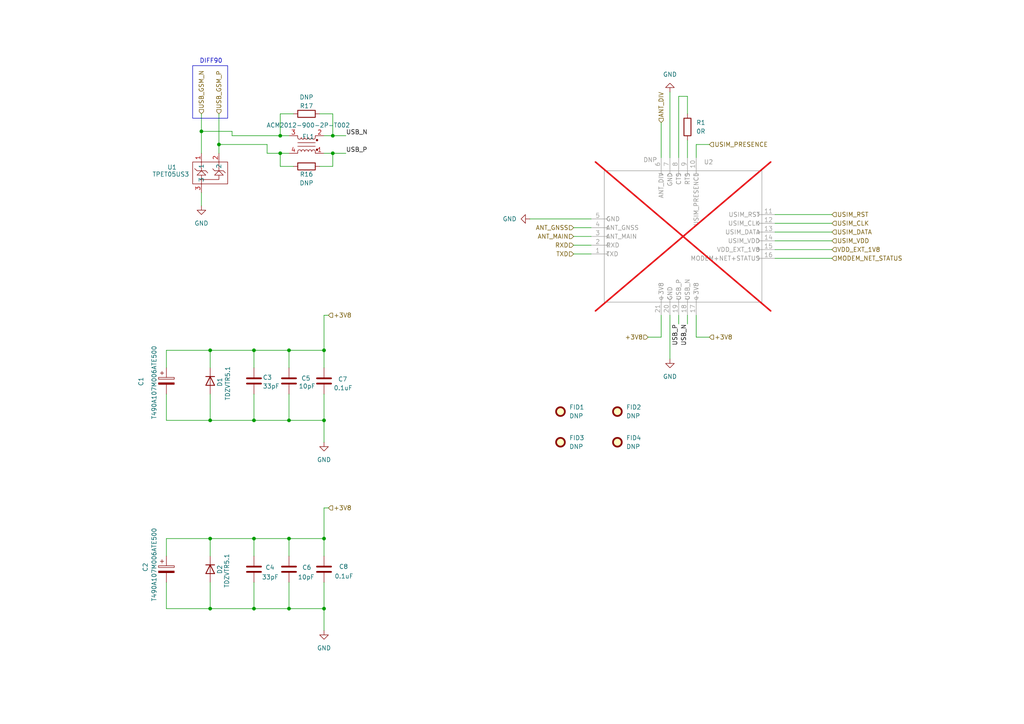
<source format=kicad_sch>
(kicad_sch (version 20250114) (generator "eeschema") (generator_version "9.0")
  (paper "A4")
  (lib_symbols
    (symbol "Device:C" (pin_numbers (hide yes)) (pin_names (offset 0.254))
      (property "Reference" "C" (at 0.635 2.54 0))
      (property "Value" "C" (at 0.635 -2.54 0))
      (symbol "C_0_1"
        (polyline (pts (xy -2.032 0.762) (xy 2.032 0.762)) (stroke (width 0.508)))
        (polyline (pts (xy -2.032 -0.762) (xy 2.032 -0.762)) (stroke (width 0.508)))
      )
      (symbol "C_1_1"
        (pin passive line (at 0 3.81 270) (length 2.794) (name "~") (number "1"))
        (pin passive line (at 0 -3.81 90) (length 2.794) (name "~") (number "2"))
      )
    )
    (symbol "Device:C_Polarized" (pin_numbers (hide yes)) (pin_names (offset 0.254))
      (property "Reference" "C" (at 0.635 2.54 0))
      (property "Value" "C_Polarized" (at 0.635 -2.54 0))
      (symbol "C_Polarized_0_1"
        (rectangle (start -2.286 0.508) (end 2.286 1.016))
        (polyline (pts (xy -1.778 2.286) (xy -0.762 2.286)))
        (polyline (pts (xy -1.27 2.794) (xy -1.27 1.778)))
        (rectangle (start 2.286 -0.508) (end -2.286 -1.016) (fill (type outline)))
      )
      (symbol "C_Polarized_1_1"
        (pin passive line (at 0 3.81 270) (length 2.794) (name "~") (number "1"))
        (pin passive line (at 0 -3.81 90) (length 2.794) (name "~") (number "2"))
      )
    )
    (symbol "Device:D" (pin_numbers (hide yes)) (pin_names (offset 1.016) (hide yes))
      (property "Reference" "D" (at 0 2.54 0))
      (property "Value" "D" (at 0 -2.54 0))
      (symbol "D_0_1"
        (polyline (pts (xy -1.27 1.27) (xy -1.27 -1.27)) (stroke (width 0.254)))
        (polyline (pts (xy 1.27 1.27) (xy 1.27 -1.27) (xy -1.27 0) (xy 1.27 1.27)) (stroke (width 0.254)))
        (polyline (pts (xy 1.27 0) (xy -1.27 0)))
      )
      (symbol "D_1_1"
        (pin passive line (at -3.81 0 0) (length 2.54) (name "K") (number "1"))
        (pin passive line (at 3.81 0 180) (length 2.54) (name "A") (number "2"))
      )
    )
    (symbol "Device:Filter_EMI_CommonMode" (pin_names (offset 0.254) (hide yes))
      (property "Reference" "FL?" (at 0 -5.334 0))
      (property "Value" "0603USB-222MLC" (at 0 -8.636 0))
      (symbol "Filter_EMI_CommonMode_0_1"
        (circle (center -3.048 1.524) (radius 0.254) (fill (type outline)))
        (circle (center -3.048 -1.27) (radius 0.254) (fill (type outline)))
        (polyline (pts (xy -2.54 2.032) (xy -2.54 2.54)))
        (polyline (pts (xy -2.54 0.508) (xy 2.54 0.508)))
        (polyline (pts (xy -2.54 -2.032) (xy -2.54 -2.54)))
        (arc (start -1.524 2.032) (mid -2.032 1.5262) (end -2.54 2.032))
        (arc (start -2.54 -2.032) (mid -2.032 -1.5262) (end -1.524 -2.032))
        (arc (start -0.508 2.032) (mid -1.016 1.5262) (end -1.524 2.032))
        (arc (start -1.524 -2.032) (mid -1.016 -1.5262) (end -0.508 -2.032))
        (arc (start 0.508 2.032) (mid 0 1.5262) (end -0.508 2.032))
        (arc (start -0.508 -2.032) (mid 0 -1.5262) (end 0.508 -2.032))
        (arc (start 1.524 2.032) (mid 1.016 1.5262) (end 0.508 2.032))
        (arc (start 0.508 -2.032) (mid 1.016 -1.5262) (end 1.524 -2.032))
        (arc (start 2.54 2.032) (mid 2.032 1.5262) (end 1.524 2.032))
        (arc (start 1.524 -2.032) (mid 2.032 -1.5262) (end 2.54 -2.032))
        (polyline (pts (xy 2.54 2.54) (xy 2.54 2.032)))
        (polyline (pts (xy 2.54 -0.508) (xy -2.54 -0.508)))
        (polyline (pts (xy 2.54 -2.032) (xy 2.54 -2.54)))
      )
      (symbol "Filter_EMI_CommonMode_1_1"
        (pin passive line (at -5.08 2.54 0) (length 2.54) (name "1") (number "1"))
        (pin passive line (at -5.08 -2.54 0) (length 2.54) (name "2") (number "2"))
        (pin passive line (at 5.08 2.54 180) (length 2.54) (name "4") (number "4"))
        (pin passive line (at 5.08 -2.54 180) (length 2.54) (name "3") (number "3"))
      )
    )
    (symbol "Device:R" (pin_numbers (hide yes)) (pin_names (offset 0))
      (property "Reference" "R" (at 2.032 0 90))
      (property "Value" "R" (at 0 0 90))
      (symbol "R_0_1"
        (rectangle (start -1.016 -2.54) (end 1.016 2.54) (stroke (width 0.254)))
      )
      (symbol "R_1_1"
        (pin passive line (at 0 3.81 270) (length 1.27) (name "~") (number "1"))
        (pin passive line (at 0 -3.81 90) (length 1.27) (name "~") (number "2"))
      )
    )
    (symbol "Mechanical:Fiducial"
      (property "Reference" "FID" (at 0 5.08 0))
      (property "Value" "Fiducial" (at 0 3.175 0))
      (symbol "Fiducial_0_1"
        (circle (center 0 0) (radius 1.27) (stroke (width 0.508)) (fill (type background)))
      )
    )
    (symbol "Symbol:GSM_Castelled"
      (property "Reference" "U?" (at 7.2741 6.35 0))
      (property "Value" "~" (at -8.255 6.985 0))
      (symbol "GSM_Castelled_0_1"
        (rectangle (start -21.59 3.81) (end 24.13 -34.29))
      )
      (symbol "GSM_Castelled_1_1"
        (polyline (pts (xy -21.59 -10.16) (xy -20.828 -10.16)) (stroke (width 0.1524)))
        (polyline (pts (xy -21.59 -12.7) (xy -20.828 -12.7)) (stroke (width 0.1524)))
        (polyline (pts (xy -21.59 -15.24) (xy -20.828 -15.24)) (stroke (width 0.1524)))
        (polyline (pts (xy -21.59 -17.78) (xy -20.828 -17.78)) (stroke (width 0.1524)))
        (polyline (pts (xy -21.59 -20.32) (xy -20.828 -20.32)) (stroke (width 0.1524)))
        (arc (start -20.32 -10.668) (mid -20.8258 -10.16) (end -20.32 -9.652) (stroke (width 0.1524)))
        (arc (start -20.32 -13.208) (mid -20.8258 -12.7) (end -20.32 -12.192) (stroke (width 0.1524)))
        (arc (start -20.32 -15.748) (mid -20.8258 -15.24) (end -20.32 -14.732) (stroke (width 0.1524)))
        (arc (start -20.32 -18.288) (mid -20.8258 -17.78) (end -20.32 -17.272) (stroke (width 0.1524)))
        (arc (start -20.32 -20.828) (mid -20.8258 -20.32) (end -20.32 -19.812) (stroke (width 0.1524)))
        (polyline (pts (xy -5.08 3.81) (xy -5.08 3.048)) (stroke (width 0.1524)))
        (arc (start -5.588 2.54) (mid -5.08 3.0458) (end -4.572 2.54) (stroke (width 0.1524)))
        (arc (start -4.572 -33.02) (mid -5.08 -33.5258) (end -5.588 -33.02) (stroke (width 0.1524)))
        (polyline (pts (xy -5.08 -34.29) (xy -5.08 -33.528)) (stroke (width 0.1524)))
        (polyline (pts (xy -2.54 3.81) (xy -2.54 3.048)) (stroke (width 0.1524)))
        (arc (start -3.048 2.54) (mid -2.54 3.0458) (end -2.032 2.54) (stroke (width 0.1524)))
        (arc (start -2.032 -33.02) (mid -2.54 -33.5258) (end -3.048 -33.02) (stroke (width 0.1524)))
        (polyline (pts (xy -2.54 -34.29) (xy -2.54 -33.528)) (stroke (width 0.1524)))
        (polyline (pts (xy 0 3.81) (xy 0 3.048)) (stroke (width 0.1524)))
        (arc (start -0.508 2.54) (mid 0 3.0458) (end 0.508 2.54) (stroke (width 0.1524)))
        (arc (start 0.508 -33.02) (mid 0 -33.5258) (end -0.508 -33.02) (stroke (width 0.1524)))
        (polyline (pts (xy 0 -34.29) (xy 0 -33.528)) (stroke (width 0.1524)))
        (polyline (pts (xy 2.54 3.81) (xy 2.54 3.048)) (stroke (width 0.1524)))
        (arc (start 2.032 2.54) (mid 2.54 3.0458) (end 3.048 2.54) (stroke (width 0.1524)))
        (arc (start 3.048 -33.02) (mid 2.54 -33.5258) (end 2.032 -33.02) (stroke (width 0.1524)))
        (polyline (pts (xy 2.54 -34.29) (xy 2.54 -33.528)) (stroke (width 0.1524)))
        (polyline (pts (xy 5.08 3.81) (xy 5.08 3.048)) (stroke (width 0.1524)))
        (arc (start 4.572 2.54) (mid 5.08 3.0458) (end 5.588 2.54) (stroke (width 0.1524)))
        (arc (start 5.588 -33.02) (mid 5.08 -33.5258) (end 4.572 -33.02) (stroke (width 0.1524)))
        (polyline (pts (xy 5.08 -34.29) (xy 5.08 -33.528)) (stroke (width 0.1524)))
        (arc (start 22.86 -8.382) (mid 23.368 -8.89) (end 22.86 -9.398) (stroke (width 0.1524)))
        (arc (start 22.86 -10.922) (mid 23.368 -11.43) (end 22.86 -11.938) (stroke (width 0.1524)))
        (arc (start 22.86 -13.462) (mid 23.368 -13.97) (end 22.86 -14.478) (stroke (width 0.1524)))
        (arc (start 22.86 -16.002) (mid 23.368 -16.51) (end 22.86 -17.018) (stroke (width 0.1524)))
        (arc (start 22.86 -18.542) (mid 23.368 -19.05) (end 22.86 -19.558) (stroke (width 0.1524)))
        (arc (start 22.86 -21.082) (mid 23.368 -21.59) (end 22.86 -22.098) (stroke (width 0.1524)))
        (polyline (pts (xy 24.13 -8.89) (xy 23.368 -8.89)) (stroke (width 0.1524)))
        (polyline (pts (xy 24.13 -11.43) (xy 23.368 -11.43)) (stroke (width 0.1524)))
        (polyline (pts (xy 24.13 -13.97) (xy 23.368 -13.97)) (stroke (width 0.1524)))
        (polyline (pts (xy 24.13 -16.51) (xy 23.368 -16.51)) (stroke (width 0.1524)))
        (polyline (pts (xy 24.13 -19.05) (xy 23.368 -19.05)) (stroke (width 0.1524)))
        (polyline (pts (xy 24.13 -21.59) (xy 23.368 -21.59)) (stroke (width 0.1524)))
        (pin passive line (at -25.4 -10.16 0) (length 3.81) (name "GND") (number "5"))
        (pin passive line (at -25.4 -12.7 0) (length 3.81) (name "ANT_GNSS") (number "4"))
        (pin passive line (at -25.4 -15.24 0) (length 3.81) (name "ANT_MAIN") (number "3"))
        (pin passive line (at -25.4 -17.78 0) (length 3.81) (name "RXD") (number "2"))
        (pin passive line (at -25.4 -20.32 0) (length 3.81) (name "TXD") (number "1"))
        (pin passive line (at -5.08 7.62 270) (length 3.81) (name "ANT_DIV") (number "6"))
        (pin passive line (at -5.08 -38.1 90) (length 3.81) (name "+3V8") (number "21"))
        (pin passive line (at -2.54 7.62 270) (length 3.81) (name "GND") (number "7"))
        (pin passive line (at -2.54 -38.1 90) (length 3.81) (name "GND") (number "20"))
        (pin passive line (at 0 7.62 270) (length 3.81) (name "CTS") (number "8"))
        (pin passive line (at 0 -38.1 90) (length 3.81) (name "USB_P") (number "19"))
        (pin passive line (at 2.54 7.62 270) (length 3.81) (name "RTS") (number "9"))
        (pin passive line (at 2.54 -38.1 90) (length 3.81) (name "USB_N") (number "18"))
        (pin passive line (at 5.08 7.62 270) (length 3.81) (name "USIM_PRESENCE") (number "10"))
        (pin passive line (at 5.08 -38.1 90) (length 3.81) (name "+3V8") (number "17"))
        (pin passive line (at 27.94 -8.89 180) (length 3.81) (name "USIM_RST") (number "11"))
        (pin passive line (at 27.94 -11.43 180) (length 3.81) (name "USIM_CLK") (number "12"))
        (pin passive line (at 27.94 -13.97 180) (length 3.81) (name "USIM_DATA") (number "13"))
        (pin passive line (at 27.94 -16.51 180) (length 3.81) (name "USIM_VDD") (number "14"))
        (pin passive line (at 27.94 -19.05 180) (length 3.81) (name "VDD_EXT_1V8") (number "15"))
        (pin passive line (at 27.94 -21.59 180) (length 3.81) (name "MODEM+NET+STATUS") (number "16"))
      )
    )
    (symbol "Symbol:TPET05US3"
      (property "Reference" "U" (at 0 0 0))
      (symbol "TPET05US3_0_1"
        (rectangle (start -5.08 -1.27) (end 5.08 -7.62))
        (polyline (pts (xy -3.81 -3.81) (xy -4.5127 -3.1815)))
        (polyline (pts (xy -3.81 -3.81) (xy -1.27 -3.81)))
        (polyline (pts (xy -2.54 -1.27) (xy -2.54 -3.81)))
        (polyline (pts (xy -2.54 -6.35) (xy 2.54 -6.35) (xy 2.54 -5.08) (xy 1.27 -5.08) (xy 2.54 -3.81) (xy 3.81 -5.08) (xy 2.54 -5.08)))
        (polyline (pts (xy -2.54 -7.62) (xy -2.54 -5.08) (xy -3.81 -5.08) (xy -2.54 -3.81) (xy -1.27 -5.08) (xy -2.54 -5.08)))
        (polyline (pts (xy -1.27 -3.81) (xy -0.7067 -4.4445)))
        (polyline (pts (xy 1.27 -3.81) (xy 0.7439 -3.2327)))
        (polyline (pts (xy 2.54 -3.81) (xy 2.54 -1.27)))
        (polyline (pts (xy 2.54 -3.81) (xy 1.27 -3.81) (xy 3.81 -3.81)))
        (polyline (pts (xy 3.81 -3.81) (xy 4.3963 -4.4103)))
      )
      (symbol "TPET05US3_1_1"
        (pin bidirectional line (at -2.54 1.27 270) (length 2.54) (name "1") (number "1"))
        (pin bidirectional line (at -2.54 -10.16 90) (length 2.54) (name "3") (number "3"))
        (pin bidirectional line (at 2.54 1.27 270) (length 2.54) (name "2") (number "2"))
      )
    )
    (symbol "power:GND" (power) (pin_names (offset 0))
      (property "Value" "GND" (at 0 -3.81 0))
      (symbol "GND_0_1"
        (polyline (pts (xy 0 0) (xy 0 -1.27) (xy 1.27 -1.27) (xy 0 -2.54) (xy -1.27 -1.27) (xy 0 -1.27)))
      )
      (symbol "GND_1_1"
        (pin power_in line (at 0 0 270) (length 0) (hide yes) (name "GND") (number "1"))
      )
    )
  )
  (rectangle (start 55.88 19.05) (end 66.04 34.29))
  (text "DIFF90\n" (at 61.214 17.78 0) (effects (font (size 1.27 1.27))))
  (junction (at 73.66 156.21))
  (junction (at 93.98 121.92))
  (junction (at 83.82 176.53))
  (junction (at 81.28 44.45))
  (junction (at 83.82 156.21))
  (junction (at 93.98 101.6))
  (junction (at 73.66 121.92))
  (junction (at 60.96 176.53))
  (junction (at 58.42 38.1))
  (junction (at 93.98 176.53))
  (junction (at 96.52 39.37))
  (junction (at 63.5 41.91))
  (junction (at 73.66 176.53))
  (junction (at 83.82 121.92))
  (junction (at 81.28 39.37))
  (junction (at 83.82 101.6))
  (junction (at 60.96 101.6))
  (junction (at 96.52 44.45))
  (junction (at 73.66 101.6))
  (junction (at 60.96 121.92))
  (junction (at 60.96 156.21))
  (junction (at 93.98 156.21))
  (wire (pts (xy 93.98 161.29) (xy 93.98 156.21)))
  (wire (pts (xy 96.52 44.45) (xy 100.33 44.45)))
  (wire (pts (xy 241.3 62.23) (xy 224.79 62.23)))
  (wire (pts (xy 166.37 73.66) (xy 171.45 73.66)))
  (wire (pts (xy 241.3 74.93) (xy 224.79 74.93)))
  (wire (pts (xy 199.39 27.94) (xy 196.85 27.94)))
  (wire (pts (xy 201.93 97.79) (xy 201.93 91.44)))
  (wire (pts (xy 60.96 156.21) (xy 73.66 156.21)))
  (wire (pts (xy 187.96 97.79) (xy 191.77 97.79)))
  (wire (pts (xy 83.82 161.29) (xy 83.82 156.21)))
  (wire (pts (xy 166.37 66.04) (xy 171.45 66.04)))
  (wire (pts (xy 73.66 156.21) (xy 73.66 161.29)))
  (wire (pts (xy 60.96 176.53) (xy 73.66 176.53)))
  (wire (pts (xy 199.39 33.02) (xy 199.39 27.94)))
  (wire (pts (xy 48.26 176.53) (xy 60.96 176.53)))
  (wire (pts (xy 73.66 121.92) (xy 83.82 121.92)))
  (wire (pts (xy 58.42 38.1) (xy 58.42 44.45)))
  (wire (pts (xy 199.39 91.44) (xy 199.39 93.98)))
  (wire (pts (xy 93.98 176.53) (xy 93.98 168.91)))
  (wire (pts (xy 93.98 106.68) (xy 93.98 101.6)))
  (wire (pts (xy 194.31 91.44) (xy 194.31 104.14)))
  (wire (pts (xy 63.5 41.91) (xy 63.5 44.45)))
  (wire (pts (xy 73.66 176.53) (xy 83.82 176.53)))
  (wire (pts (xy 48.26 121.92) (xy 60.96 121.92)))
  (wire (pts (xy 73.66 168.91) (xy 73.66 176.53)))
  (wire (pts (xy 81.28 33.02) (xy 81.28 39.37)))
  (wire (pts (xy 196.85 27.94) (xy 196.85 45.72)))
  (wire (pts (xy 93.98 121.92) (xy 93.98 128.27)))
  (wire (pts (xy 191.77 35.56) (xy 191.77 45.72)))
  (wire (pts (xy 48.26 168.91) (xy 48.26 176.53)))
  (wire (pts (xy 81.28 44.45) (xy 81.28 48.26)))
  (wire (pts (xy 92.71 48.26) (xy 96.52 48.26)))
  (wire (pts (xy 60.96 168.91) (xy 60.96 176.53)))
  (wire (pts (xy 60.96 106.68) (xy 60.96 101.6)))
  (wire (pts (xy 201.93 41.91) (xy 201.93 45.72)))
  (wire (pts (xy 60.96 161.29) (xy 60.96 156.21)))
  (wire (pts (xy 48.26 114.3) (xy 48.26 121.92)))
  (wire (pts (xy 83.82 114.3) (xy 83.82 121.92)))
  (wire (pts (xy 96.52 33.02) (xy 92.71 33.02)))
  (wire (pts (xy 96.52 39.37) (xy 100.33 39.37)))
  (wire (pts (xy 205.74 41.91) (xy 201.93 41.91)))
  (wire (pts (xy 205.74 97.79) (xy 201.93 97.79)))
  (wire (pts (xy 199.39 40.64) (xy 199.39 45.72)))
  (wire (pts (xy 81.28 48.26) (xy 85.09 48.26)))
  (wire (pts (xy 67.31 39.37) (xy 81.28 39.37)))
  (wire (pts (xy 93.98 39.37) (xy 96.52 39.37)))
  (wire (pts (xy 96.52 33.02) (xy 96.52 39.37)))
  (wire (pts (xy 81.28 44.45) (xy 83.82 44.45)))
  (wire (pts (xy 60.96 121.92) (xy 73.66 121.92)))
  (wire (pts (xy 58.42 33.02) (xy 58.42 38.1)))
  (wire (pts (xy 96.52 44.45) (xy 96.52 48.26)))
  (wire (pts (xy 81.28 39.37) (xy 83.82 39.37)))
  (wire (pts (xy 93.98 176.53) (xy 93.98 182.88)))
  (wire (pts (xy 166.37 71.12) (xy 171.45 71.12)))
  (wire (pts (xy 77.47 44.45) (xy 77.47 41.91)))
  (wire (pts (xy 241.3 64.77) (xy 224.79 64.77)))
  (wire (pts (xy 60.96 101.6) (xy 73.66 101.6)))
  (wire (pts (xy 67.31 39.37) (xy 67.31 38.1)))
  (wire (pts (xy 95.25 147.32) (xy 93.98 147.32)))
  (wire (pts (xy 63.5 33.02) (xy 63.5 41.91)))
  (wire (pts (xy 191.77 97.79) (xy 191.77 91.44)))
  (wire (pts (xy 93.98 156.21) (xy 83.82 156.21)))
  (wire (pts (xy 241.3 67.31) (xy 224.79 67.31)))
  (wire (pts (xy 241.3 69.85) (xy 224.79 69.85)))
  (wire (pts (xy 48.26 156.21) (xy 60.96 156.21)))
  (wire (pts (xy 93.98 101.6) (xy 83.82 101.6)))
  (wire (pts (xy 83.82 106.68) (xy 83.82 101.6)))
  (wire (pts (xy 95.25 91.44) (xy 93.98 91.44)))
  (wire (pts (xy 83.82 121.92) (xy 93.98 121.92)))
  (wire (pts (xy 77.47 41.91) (xy 63.5 41.91)))
  (wire (pts (xy 93.98 121.92) (xy 93.98 114.3)))
  (wire (pts (xy 60.96 114.3) (xy 60.96 121.92)))
  (wire (pts (xy 194.31 26.67) (xy 194.31 45.72)))
  (wire (pts (xy 83.82 101.6) (xy 73.66 101.6)))
  (wire (pts (xy 48.26 101.6) (xy 60.96 101.6)))
  (wire (pts (xy 83.82 176.53) (xy 93.98 176.53)))
  (wire (pts (xy 48.26 106.68) (xy 48.26 101.6)))
  (wire (pts (xy 166.37 68.58) (xy 171.45 68.58)))
  (wire (pts (xy 83.82 168.91) (xy 83.82 176.53)))
  (wire (pts (xy 67.31 38.1) (xy 58.42 38.1)))
  (wire (pts (xy 73.66 114.3) (xy 73.66 121.92)))
  (wire (pts (xy 73.66 101.6) (xy 73.66 106.68)))
  (wire (pts (xy 93.98 147.32) (xy 93.98 156.21)))
  (wire (pts (xy 48.26 161.29) (xy 48.26 156.21)))
  (wire (pts (xy 153.67 63.5) (xy 171.45 63.5)))
  (wire (pts (xy 77.47 44.45) (xy 81.28 44.45)))
  (wire (pts (xy 224.79 72.39) (xy 241.3 72.39)))
  (wire (pts (xy 85.09 33.02) (xy 81.28 33.02)))
  (wire (pts (xy 93.98 91.44) (xy 93.98 101.6)))
  (wire (pts (xy 58.42 55.88) (xy 58.42 59.69)))
  (wire (pts (xy 83.82 156.21) (xy 73.66 156.21)))
  (wire (pts (xy 93.98 44.45) (xy 96.52 44.45)))
  (wire (pts (xy 196.85 91.44) (xy 196.85 93.98)))
  (label "USB_N" (at 100.33 39.37 0))
  (label "USB_N" (at 199.39 93.98 270))
  (label "USB_P" (at 100.33 44.45 0))
  (label "USB_P" (at 196.85 93.98 270))
  (hierarchical_label "TXD" (shape input) (at 166.37 73.66 180))
  (hierarchical_label "+3V8" (shape input) (at 95.25 147.32 0))
  (hierarchical_label "USIM_VDD" (shape input) (at 241.3 69.85 0))
  (hierarchical_label "USIM_PRESENCE" (shape input) (at 205.74 41.91 0))
  (hierarchical_label "+3V8" (shape input) (at 95.25 91.44 0))
  (hierarchical_label "ANT_DIV" (shape input) (at 191.77 35.56 90))
  (hierarchical_label "RXD" (shape input) (at 166.37 71.12 180))
  (hierarchical_label "+3V8" (shape input) (at 187.96 97.79 180))
  (hierarchical_label "ANT_GNSS" (shape input) (at 166.37 66.04 180))
  (hierarchical_label "USB_GSM_P" (shape input) (at 63.5 33.02 90))
  (hierarchical_label "USIM_RST" (shape input) (at 241.3 62.23 0))
  (hierarchical_label "USB_GSM_N" (shape input) (at 58.42 33.02 90))
  (hierarchical_label "USIM_DATA" (shape input) (at 241.3 67.31 0))
  (hierarchical_label "VDD_EXT_1V8" (shape input) (at 241.3 72.39 0))
  (hierarchical_label "USIM_CLK" (shape input) (at 241.3 64.77 0))
  (hierarchical_label "+3V8" (shape input) (at 205.74 97.79 0))
  (hierarchical_label "ANT_MAIN" (shape input) (at 166.37 68.58 180))
  (hierarchical_label "MODEM_NET_STATUS" (shape input) (at 241.3 74.93 0))
  (symbol (lib_id "Device:R") (at 199.39 36.83 0) (unit 1)
    (property "Reference" "R1" (at 201.93 35.5599 0) (effects (justify left)))
    (property "Value" "0R" (at 201.93 38.0999 0) (effects (justify left)))
    (property "Footprint" "Resistor_SMD:R_0603_1608Metric" (effects (hide yes)))
    (property "Description" "Resistor" (effects (hide yes)))
  )
  (symbol (lib_id "power:GND") (at 58.42 59.69 0) (unit 1)
    (property "Reference" "#PWR07" (effects (hide yes)))
    (property "Value" "GND" (at 58.42 64.77 0))
    (property "Description" "Power symbol creates a global label with name \"GND\" , ground" (effects (hide yes)))
  )
  (symbol (lib_id "power:GND") (at 93.98 182.88 0) (unit 1)
    (property "Reference" "#PWR09" (effects (hide yes)))
    (property "Value" "GND" (at 93.98 187.96 0))
    (property "Description" "Power symbol creates a global label with name \"GND\" , ground" (effects (hide yes)))
  )
  (symbol (lib_id "Mechanical:Fiducial") (at 179.07 119.38 0) (unit 1)
    (property "Reference" "FID2" (at 181.61 118.1099 0) (effects (justify left)))
    (property "Value" "DNP" (at 181.61 120.6499 0) (effects (justify left)))
    (property "Footprint" "Fiducial:Fiducial_0.5mm_Mask1.5mm" (effects (hide yes)))
    (property "Description" "Fiducial Marker" (effects (hide yes)))
  )
  (symbol (lib_id "Device:C") (at 73.66 110.49 0) (unit 1)
    (property "Reference" "C3" (at 76.2 109.474 0) (effects (justify left)))
    (property "Value" "33pF" (at 76.2 112.014 0) (effects (justify left)))
    (property "Footprint" "Capacitor_SMD:C_0603_1608Metric" (effects (hide yes)))
    (property "Description" "Unpolarized capacitor" (effects (hide yes)))
  )
  (symbol (lib_id "Device:C") (at 83.82 165.1 0) (unit 1)
    (property "Reference" "C6" (at 87.63 164.592 0) (effects (justify left)))
    (property "Value" "10pF" (at 86.36 167.386 0) (effects (justify left)))
    (property "Footprint" "Capacitor_SMD:C_0603_1608Metric" (effects (hide yes)))
    (property "Description" "Unpolarized capacitor" (effects (hide yes)))
  )
  (symbol (lib_id "Mechanical:Fiducial") (at 162.56 128.27 0) (unit 1)
    (property "Reference" "FID3" (at 165.1 126.9999 0) (effects (justify left)))
    (property "Value" "DNP" (at 165.1 129.5399 0) (effects (justify left)))
    (property "Footprint" "Fiducial:Fiducial_0.5mm_Mask1.5mm" (effects (hide yes)))
    (property "Description" "Fiducial Marker" (effects (hide yes)))
  )
  (symbol (lib_id "power:GND") (at 153.67 63.5 270) (unit 1)
    (property "Reference" "#PWR010" (effects (hide yes)))
    (property "Value" "GND" (at 149.86 63.4999 90) (effects (justify right)))
    (property "Description" "Power symbol creates a global label with name \"GND\" , ground" (effects (hide yes)))
  )
  (symbol (lib_id "Device:R") (at 88.9 33.02 90) (unit 1)
    (property "Reference" "R17" (at 88.9 30.734 90))
    (property "Value" "DNP" (at 88.9 28.194 90))
    (property "Footprint" "Resistor_SMD:R_0603_1608Metric" (effects (hide yes)))
    (property "Description" "Resistor" (effects (hide yes)))
  )
  (symbol (lib_id "Device:C_Polarized") (at 48.26 165.1 0) (unit 1)
    (property "Reference" "C2" (at 42.164 165.862 90) (effects (justify left)))
    (property "Value" "T490A107M006ATE500" (at 44.704 174.498 90) (effects (justify left)))
    (property "Footprint" "KiCad:T490A" (effects (hide yes)))
    (property "Datasheet" "https://datasheet.lcsc.com/lcsc/2304140030_KEMET-T490A107M006ATE500_C1881735.pdf" (effects (hide yes)))
    (property "Description" "100uF 6V 500mΩ@100kHz ±20% 1206 Tantalum Capacitors ROHS" (effects (hide yes)))
    (property "MPN" "T490A107M006ATE500" (effects (hide yes)))
  )
  (symbol (lib_id "power:GND") (at 194.31 26.67 180) (unit 1)
    (property "Reference" "#PWR011" (effects (hide yes)))
    (property "Value" "GND" (at 194.31 21.59 0))
    (property "Description" "Power symbol creates a global label with name \"GND\" , ground" (effects (hide yes)))
  )
  (symbol (lib_id "Device:C") (at 93.98 165.1 0) (unit 1)
    (property "Reference" "C8" (at 98.298 164.338 0) (effects (justify left)))
    (property "Value" "0.1uF" (at 97.028 167.132 0) (effects (justify left)))
    (property "Footprint" "Capacitor_SMD:C_0603_1608Metric" (effects (hide yes)))
    (property "Description" "Unpolarized capacitor" (effects (hide yes)))
  )
  (symbol (lib_id "Device:C") (at 73.66 165.1 0) (unit 1)
    (property "Reference" "C4" (at 76.962 164.592 0) (effects (justify left)))
    (property "Value" "33pF" (at 75.946 167.386 0) (effects (justify left)))
    (property "Footprint" "Capacitor_SMD:C_0603_1608Metric" (effects (hide yes)))
    (property "Description" "Unpolarized capacitor" (effects (hide yes)))
  )
  (symbol (lib_id "power:GND") (at 93.98 128.27 0) (unit 1)
    (property "Reference" "#PWR08" (effects (hide yes)))
    (property "Value" "GND" (at 93.98 133.35 0))
    (property "Description" "Power symbol creates a global label with name \"GND\" , ground" (effects (hide yes)))
  )
  (symbol (lib_id "Device:Filter_EMI_CommonMode") (at 88.9 41.91 180) (unit 1)
    (property "Reference" "FL1" (at 89.408 39.624 0))
    (property "Value" "ACM2012-900-2P-T002" (at 89.408 36.322 0))
    (property "Footprint" "Library:ACM2012-900-2P-T002" (effects (hide yes)))
    (property "Description" "90Ω@100MHz 190mΩ 2 SMD-4P Common Mode Filters ROHS" (effects (hide yes)))
    (property "MPN" "ACM2012-900-2P-T002" (effects (hide yes)))
  )
  (symbol (lib_id "Device:R") (at 88.9 48.26 270) (unit 1)
    (property "Reference" "R16" (at 88.9 50.546 90))
    (property "Value" "DNP" (at 88.9 53.086 90))
    (property "Footprint" "Resistor_SMD:R_0603_1608Metric" (effects (hide yes)))
    (property "Description" "Resistor" (effects (hide yes)))
  )
  (symbol (lib_id "Symbol:GSM_Castelled") (at 196.85 53.34 0) (unit 1) (dnp yes)
    (property "Reference" "U2" (at 204.1241 46.99 0) (effects (justify left)))
    (property "Value" "DNP" (at 188.595 46.355 0))
    (property "Footprint" "Footprint Library:GSM_Castelled" (effects (hide yes)))
  )
  (symbol (lib_id "Device:C") (at 93.98 110.49 0) (unit 1)
    (property "Reference" "C7" (at 98.044 109.982 0) (effects (justify left)))
    (property "Value" "0.1uF" (at 96.774 112.522 0) (effects (justify left)))
    (property "Footprint" "Capacitor_SMD:C_0603_1608Metric" (effects (hide yes)))
    (property "Description" "Unpolarized capacitor" (effects (hide yes)))
  )
  (symbol (lib_id "Device:D") (at 60.96 110.49 270) (unit 1)
    (property "Reference" "D1" (at 63.754 109.474 0) (effects (justify left)))
    (property "Value" "TDZVTR5.1" (at 66.04 106.172 0) (effects (justify left)))
    (property "Footprint" "Library:TDZVTR5.1" (effects (hide yes)))
    (property "Datasheet" "https://fscdn.rohm.com/en/products/databook/datasheet/discrete/diode/zener/tdzvtr5.1-e.pdf" (effects (hide yes)))
    (property "Description" "500mW 5.1V ±9.8% TUMD2M Zener Diodes ROHS" (effects (hide yes)))
    (property "MPN" "TDZVTR5.1" (effects (hide yes)))
  )
  (symbol (lib_id "Device:C") (at 83.82 110.49 0) (unit 1)
    (property "Reference" "C5" (at 87.376 109.728 0) (effects (justify left)))
    (property "Value" "10pF" (at 86.614 112.014 0) (effects (justify left)))
    (property "Footprint" "Capacitor_SMD:C_0603_1608Metric" (effects (hide yes)))
    (property "Description" "Unpolarized capacitor" (effects (hide yes)))
  )
  (symbol (lib_id "Mechanical:Fiducial") (at 179.07 128.27 0) (unit 1)
    (property "Reference" "FID4" (at 181.61 126.9999 0) (effects (justify left)))
    (property "Value" "DNP" (at 181.61 129.5399 0) (effects (justify left)))
    (property "Footprint" "Fiducial:Fiducial_0.5mm_Mask1.5mm" (effects (hide yes)))
    (property "Description" "Fiducial Marker" (effects (hide yes)))
  )
  (symbol (lib_id "Device:C_Polarized") (at 48.26 110.49 0) (unit 1)
    (property "Reference" "C1" (at 40.894 112.014 90) (effects (justify left)))
    (property "Value" "T490A107M006ATE500" (at 44.704 121.666 90) (effects (justify left)))
    (property "Footprint" "KiCad:T490A" (effects (hide yes)))
    (property "Datasheet" "https://datasheet.lcsc.com/lcsc/2304140030_KEMET-T490A107M006ATE500_C1881735.pdf" (effects (hide yes)))
    (property "Description" "100uF 6V 500mΩ@100kHz ±20% 1206 Tantalum Capacitors ROHS" (effects (hide yes)))
    (property "MPN" "T490A107M006ATE500" (effects (hide yes)))
  )
  (symbol (lib_id "power:GND") (at 194.31 104.14 0) (unit 1)
    (property "Reference" "#PWR012" (effects (hide yes)))
    (property "Value" "GND" (at 194.31 109.22 0))
    (property "Description" "Power symbol creates a global label with name \"GND\" , ground" (effects (hide yes)))
  )
  (symbol (lib_id "Device:D") (at 60.96 165.1 270) (unit 1)
    (property "Reference" "D2" (at 63.754 163.83 0) (effects (justify left)))
    (property "Value" "TDZVTR5.1" (at 65.786 160.528 0) (effects (justify left)))
    (property "Footprint" "Library:TDZVTR5.1" (effects (hide yes)))
    (property "Datasheet" "https://fscdn.rohm.com/en/products/databook/datasheet/discrete/diode/zener/tdzvtr5.1-e.pdf" (effects (hide yes)))
    (property "Description" "500mW 5.1V ±9.8% TUMD2M Zener Diodes ROHS" (effects (hide yes)))
    (property "MPN" "TDZVTR5.1" (effects (hide yes)))
  )
  (symbol (lib_id "Symbol:TPET05US3") (at 60.96 45.72 0) (unit 1)
    (property "Reference" "U1" (at 48.514 48.514 0) (effects (justify left)))
    (property "Value" "TPET05US3" (at 49.53 50.546 0))
    (property "Footprint" "Library:TPET05US3" (effects (hide yes)))
    (property "Datasheet" "https://datasheet.lcsc.com/lcsc/2108131930_TECH-PUBLIC-TPET05US3_C521939.pdf" (effects (hide yes)))
    (property "Description" "SOT-23-3 Electrostatic and Surge Protection (TVS/ESD) ROHS" (effects (hide yes)))
    (property "MPN" "TPET05US3" (effects (hide yes)))
  )
  (symbol (lib_id "Mechanical:Fiducial") (at 162.56 119.38 0) (unit 1)
    (property "Reference" "FID1" (at 165.1 118.1099 0) (effects (justify left)))
    (property "Value" "DNP" (at 165.1 120.6499 0) (effects (justify left)))
    (property "Footprint" "Fiducial:Fiducial_0.5mm_Mask1.5mm" (effects (hide yes)))
    (property "Description" "Fiducial Marker" (effects (hide yes)))
  )
)
</source>
